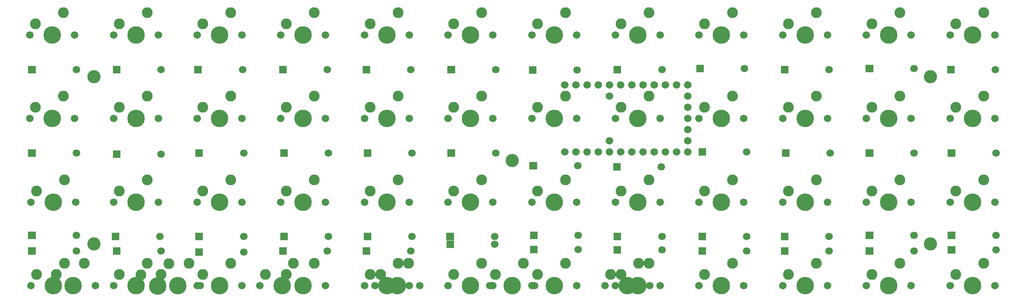
<source format=gbr>
G04 DipTrace 2.4.0.2*
%INBottomMask.gbr*%
%MOIN*%
%ADD20C,0.157*%
%ADD21C,0.067*%
%ADD22C,0.1181*%
%ADD27C,0.0669*%
%ADD30C,0.0969*%
%FSLAX44Y44*%
G04*
G70*
G90*
G75*
G01*
%LNBotMask*%
%LPD*%
D30*
X7693Y31134D3*
X5193Y30134D3*
D20*
X6693Y29134D3*
D21*
X4693D3*
X8693D3*
D30*
X15173Y31134D3*
X12673Y30134D3*
D20*
X14173Y29134D3*
D21*
X12173D3*
X16173D3*
D30*
X22654Y31134D3*
X20154Y30134D3*
D20*
X21654Y29134D3*
D21*
X19654D3*
X23654D3*
D30*
X30134Y31134D3*
X27634Y30134D3*
D20*
X29134Y29134D3*
D21*
X27134D3*
X31134D3*
D30*
X37614Y31134D3*
X35114Y30134D3*
D20*
X36614Y29134D3*
D21*
X34614D3*
X38614D3*
D30*
X45094Y31134D3*
X42594Y30134D3*
D20*
X44094Y29134D3*
D21*
X42094D3*
X46094D3*
D30*
X52575Y31134D3*
X50075Y30134D3*
D20*
X51575Y29134D3*
D21*
X49575D3*
X53575D3*
D30*
X60055Y31134D3*
X57555Y30134D3*
D20*
X59055Y29134D3*
D21*
X57055D3*
X61055D3*
D30*
X67535Y31134D3*
X65035Y30134D3*
D20*
X66535Y29134D3*
D21*
X64535D3*
X68535D3*
D30*
X75016Y31134D3*
X72516Y30134D3*
D20*
X74016Y29134D3*
D21*
X72016D3*
X76016D3*
D30*
X82496Y31134D3*
X79996Y30134D3*
D20*
X81496Y29134D3*
D21*
X79496D3*
X83496D3*
D30*
X89976Y31134D3*
X87476Y30134D3*
D20*
X88976Y29134D3*
D21*
X86976D3*
X90976D3*
D30*
X7693Y23654D3*
X5193Y22654D3*
D20*
X6693Y21654D3*
D21*
X4693D3*
X8693D3*
D30*
X15173Y23654D3*
X12673Y22654D3*
D20*
X14173Y21654D3*
D21*
X12173D3*
X16173D3*
D30*
X22654Y23654D3*
X20154Y22654D3*
D20*
X21654Y21654D3*
D21*
X19654D3*
X23654D3*
D30*
X30134Y23654D3*
X27634Y22654D3*
D20*
X29134Y21654D3*
D21*
X27134D3*
X31134D3*
D30*
X37614Y23654D3*
X35114Y22654D3*
D20*
X36614Y21654D3*
D21*
X34614D3*
X38614D3*
D30*
X45094Y23654D3*
X42594Y22654D3*
D20*
X44094Y21654D3*
D21*
X42094D3*
X46094D3*
D30*
X52575Y23654D3*
X50075Y22654D3*
D20*
X51575Y21654D3*
D21*
X49575D3*
X53575D3*
D30*
X60055Y23654D3*
X57555Y22654D3*
D20*
X59055Y21654D3*
D21*
X57055D3*
X61055D3*
D30*
X67535Y23654D3*
X65035Y22654D3*
D20*
X66535Y21654D3*
D21*
X64535D3*
X68535D3*
D30*
X75016Y23654D3*
X72516Y22654D3*
D20*
X74016Y21654D3*
D21*
X72016D3*
X76016D3*
D30*
X82496Y23654D3*
X79996Y22654D3*
D20*
X81496Y21654D3*
D21*
X79496D3*
X83496D3*
D30*
X89976Y23654D3*
X87476Y22654D3*
D20*
X88976Y21654D3*
D21*
X86976D3*
X90976D3*
D30*
X7776Y16173D3*
X5276Y15173D3*
D20*
X6776Y14173D3*
D21*
X4776D3*
X8776D3*
D30*
X15173Y16173D3*
X12673Y15173D3*
D20*
X14173Y14173D3*
D21*
X12173D3*
X16173D3*
D30*
X22654Y16173D3*
X20154Y15173D3*
D20*
X21654Y14173D3*
D21*
X19654D3*
X23654D3*
D30*
X30134Y16173D3*
X27634Y15173D3*
D20*
X29134Y14173D3*
D21*
X27134D3*
X31134D3*
D30*
X37614Y16173D3*
X35114Y15173D3*
D20*
X36614Y14173D3*
D21*
X34614D3*
X38614D3*
D30*
X45094Y16173D3*
X42594Y15173D3*
D20*
X44094Y14173D3*
D21*
X42094D3*
X46094D3*
D30*
X52575Y16173D3*
X50075Y15173D3*
D20*
X51575Y14173D3*
D21*
X49575D3*
X53575D3*
D30*
X60055Y16173D3*
X57555Y15173D3*
D20*
X59055Y14173D3*
D21*
X57055D3*
X61055D3*
D30*
X67535Y16173D3*
X65035Y15173D3*
D20*
X66535Y14173D3*
D21*
X64535D3*
X68535D3*
D30*
X75016Y16173D3*
X72516Y15173D3*
D20*
X74016Y14173D3*
D21*
X72016D3*
X76016D3*
D30*
X82496Y16173D3*
X79996Y15173D3*
D20*
X81496Y14173D3*
D21*
X79496D3*
X83496D3*
D30*
X89976Y16173D3*
X87476Y15173D3*
D20*
X88976Y14173D3*
D21*
X86976D3*
X90976D3*
D30*
X7776Y8693D3*
X5276Y7693D3*
D20*
X6776Y6693D3*
D21*
X4776D3*
X8776D3*
D30*
X15173Y8693D3*
X12673Y7693D3*
D20*
X14173Y6693D3*
D21*
X12173D3*
X16173D3*
D30*
X22654Y8693D3*
X20154Y7693D3*
D20*
X21654Y6693D3*
D21*
X19654D3*
X23654D3*
D30*
X30134Y8693D3*
X27634Y7693D3*
D20*
X29134Y6693D3*
D21*
X27134D3*
X31134D3*
D30*
X37614Y8693D3*
X35114Y7693D3*
D20*
X36614Y6693D3*
D21*
X34614D3*
X38614D3*
X52510Y18652D3*
X53510D3*
X54510D3*
X55510D3*
X56510D3*
X57510D3*
X58510D3*
X59510D3*
X60510D3*
X61510D3*
X62510D3*
X63510D3*
Y19652D3*
Y20652D3*
Y21652D3*
Y22652D3*
Y23652D3*
Y24652D3*
X62510D3*
X61510D3*
X60510D3*
X59510D3*
X58510D3*
X57510D3*
X56510D3*
X55510D3*
X54510D3*
X53510D3*
X52510D3*
X56510Y19652D3*
Y23652D3*
D30*
X60055Y8693D3*
X57555Y7693D3*
D20*
X59055Y6693D3*
D21*
X57055D3*
X61055D3*
D30*
X67535Y8693D3*
X65035Y7693D3*
D20*
X66535Y6693D3*
D21*
X64535D3*
X68535D3*
D30*
X75016Y8693D3*
X72516Y7693D3*
D20*
X74016Y6693D3*
D21*
X72016D3*
X76016D3*
D30*
X82496Y8693D3*
X79996Y7693D3*
D20*
X81496Y6693D3*
D21*
X79496D3*
X83496D3*
D30*
X89976Y8693D3*
X87476Y7693D3*
D20*
X88976Y6693D3*
D21*
X86976D3*
X90976D3*
G36*
X86711Y26381D2*
X87380D1*
Y25712D1*
X86711D1*
Y26381D1*
G37*
D27*
X91022Y26047D3*
G36*
X80107Y25810D2*
X79437D1*
Y26480D1*
X80107D1*
Y25810D1*
G37*
D27*
X83748Y26145D3*
G36*
X72528Y25712D2*
X71859D1*
Y26381D1*
X72528D1*
Y25712D1*
G37*
D27*
X76170Y26047D3*
G36*
X64949Y25810D2*
X64280D1*
Y26480D1*
X64949D1*
Y25810D1*
G37*
D27*
X68591Y26145D3*
G36*
X57567Y25712D2*
X56898D1*
Y26381D1*
X57567D1*
Y25712D1*
G37*
D27*
X61209Y26047D3*
G36*
X49990Y25650D2*
X49321D1*
Y26319D1*
X49990D1*
Y25650D1*
G37*
D27*
X53632Y25984D3*
G36*
X42705Y25712D2*
X42036D1*
Y26381D1*
X42705D1*
Y25712D1*
G37*
D27*
X46347Y26047D3*
G36*
X35126Y25712D2*
X34457D1*
Y26381D1*
X35126D1*
Y25712D1*
G37*
D27*
X38768Y26047D3*
G36*
X27646Y25712D2*
X26977D1*
Y26381D1*
X27646D1*
Y25712D1*
G37*
D27*
X31288Y26047D3*
G36*
X20067Y25712D2*
X19398D1*
Y26381D1*
X20067D1*
Y25712D1*
G37*
D27*
X23709Y26047D3*
G36*
X12784Y25712D2*
X12114D1*
Y26381D1*
X12784D1*
Y25712D1*
G37*
D27*
X16425Y26047D3*
G36*
X5205Y25712D2*
X4536D1*
Y26381D1*
X5205D1*
Y25712D1*
G37*
D27*
X8847Y26047D3*
G36*
X5205Y18232D2*
X4536D1*
Y18901D1*
X5205D1*
Y18232D1*
G37*
D27*
X8847Y18566D3*
G36*
X12784Y18133D2*
X12114D1*
Y18802D1*
X12784D1*
Y18133D1*
G37*
D27*
X16425Y18468D3*
G36*
X20166Y18232D2*
X19496D1*
Y18901D1*
X20166D1*
Y18232D1*
G37*
D27*
X23807Y18566D3*
G36*
X27744Y18232D2*
X27075D1*
Y18901D1*
X27744D1*
Y18232D1*
G37*
D27*
X31386Y18566D3*
G36*
X35225Y18232D2*
X34555D1*
Y18901D1*
X35225D1*
Y18232D1*
G37*
D27*
X38866Y18566D3*
G36*
X42705Y18232D2*
X42036D1*
Y18901D1*
X42705D1*
Y18232D1*
G37*
D27*
X46347Y18566D3*
G36*
X50087Y10850D2*
X49418D1*
Y11519D1*
X50087D1*
Y10850D1*
G37*
D27*
X53729Y11184D3*
G36*
X57520Y16988D2*
X56850D1*
Y17657D1*
X57520D1*
Y16988D1*
G37*
D27*
X61161Y17323D3*
G36*
X65146Y18330D2*
X64477D1*
Y18999D1*
X65146D1*
Y18330D1*
G37*
D27*
X68788Y18665D3*
G36*
X72626Y18232D2*
X71957D1*
Y18901D1*
X72626D1*
Y18232D1*
G37*
D27*
X76268Y18566D3*
G36*
X80107Y18232D2*
X79437D1*
Y18901D1*
X80107D1*
Y18232D1*
G37*
D27*
X83748Y18566D3*
G36*
X87439Y18232D2*
X86770D1*
Y18901D1*
X87439D1*
Y18232D1*
G37*
D27*
X91081Y18566D3*
G36*
X87439Y10850D2*
X86770D1*
Y11519D1*
X87439D1*
Y10850D1*
G37*
D27*
X91081Y11184D3*
G36*
X80107Y10850D2*
X79437D1*
Y11519D1*
X80107D1*
Y10850D1*
G37*
D27*
X83748Y11184D3*
G36*
X72528Y10751D2*
X71859D1*
Y11421D1*
X72528D1*
Y10751D1*
G37*
D27*
X76170Y11086D3*
G36*
X65146Y10751D2*
X64477D1*
Y11421D1*
X65146D1*
Y10751D1*
G37*
D27*
X68788Y11086D3*
G36*
X57567Y10751D2*
X56898D1*
Y11421D1*
X57567D1*
Y10751D1*
G37*
D27*
X61209Y11086D3*
G36*
X50039Y17087D2*
X49370D1*
Y17756D1*
X50039D1*
Y17087D1*
G37*
D27*
X53681Y17421D3*
G36*
X42607Y10751D2*
X41937D1*
Y11421D1*
X42607D1*
Y10751D1*
G37*
D27*
X46248Y11086D3*
G36*
X35225Y10751D2*
X34555D1*
Y11421D1*
X35225D1*
Y10751D1*
G37*
D27*
X38866Y11086D3*
G36*
X27744Y10751D2*
X27075D1*
Y11421D1*
X27744D1*
Y10751D1*
G37*
D27*
X31386Y11086D3*
G36*
X20166Y10751D2*
X19496D1*
Y11421D1*
X20166D1*
Y10751D1*
G37*
D27*
X23807Y11086D3*
G36*
X12685Y10751D2*
X12016D1*
Y11421D1*
X12685D1*
Y10751D1*
G37*
D27*
X16327Y11086D3*
G36*
X5205Y10850D2*
X4536D1*
Y11519D1*
X5205D1*
Y10850D1*
G37*
D27*
X8847Y11184D3*
G36*
X87439Y9570D2*
X86770D1*
Y10239D1*
X87439D1*
Y9570D1*
G37*
D27*
X91081Y9905D3*
G36*
X80107Y9472D2*
X79437D1*
Y10141D1*
X80107D1*
Y9472D1*
G37*
D27*
X83748Y9806D3*
G36*
X72528Y9472D2*
X71859D1*
Y10141D1*
X72528D1*
Y9472D1*
G37*
D27*
X76170Y9806D3*
G36*
X65146Y9472D2*
X64477D1*
Y10141D1*
X65146D1*
Y9472D1*
G37*
D27*
X68788Y9806D3*
G36*
X57567Y9570D2*
X56898D1*
Y10239D1*
X57567D1*
Y9570D1*
G37*
D27*
X61209Y9905D3*
G36*
X42608Y10049D2*
X41939D1*
Y10719D1*
X42608D1*
Y10049D1*
G37*
D27*
X46250Y10384D3*
G36*
X35126Y9472D2*
X34457D1*
Y10141D1*
X35126D1*
Y9472D1*
G37*
D27*
X38768Y9806D3*
G36*
X27646Y9472D2*
X26977D1*
Y10141D1*
X27646D1*
Y9472D1*
G37*
D27*
X31288Y9806D3*
G36*
X20166Y9373D2*
X19496D1*
Y10043D1*
X20166D1*
Y9373D1*
G37*
D27*
X23807Y9708D3*
G36*
X12784Y9472D2*
X12114D1*
Y10141D1*
X12784D1*
Y9472D1*
G37*
D27*
X16425Y9806D3*
G36*
X5205Y9472D2*
X4536D1*
Y10141D1*
X5205D1*
Y9472D1*
G37*
D27*
X8847Y9806D3*
D30*
X38549Y8693D3*
X36049Y7693D3*
D20*
X37549Y6693D3*
D21*
X35549D3*
X39549D3*
D30*
X59120Y8693D3*
X56620Y7693D3*
D20*
X58120Y6693D3*
D21*
X56120D3*
X60120D3*
D30*
X28264Y8693D3*
X25764Y7693D3*
D20*
X27264Y6693D3*
D21*
X25264D3*
X29264D3*
D30*
X18913Y8693D3*
X16413Y7693D3*
D20*
X17913Y6693D3*
D21*
X15913D3*
X19913D3*
D30*
X9563Y8693D3*
X7063Y7693D3*
D20*
X8563Y6693D3*
D21*
X6563D3*
X10563D3*
D30*
X17126Y8661D3*
X14626Y7661D3*
D20*
X16126Y6661D3*
D21*
X14126D3*
X18126D3*
D22*
X10433Y25394D3*
Y10433D3*
X85236Y25394D3*
Y10433D3*
X47835Y17913D3*
D30*
X52575Y8693D3*
X50075Y7693D3*
D20*
X51575Y6693D3*
D21*
X49575D3*
X53575D3*
D30*
X45094Y8693D3*
X42594Y7693D3*
D20*
X44094Y6693D3*
D21*
X42094D3*
X46094D3*
G36*
X50089Y9606D2*
X49419D1*
Y10276D1*
X50089D1*
Y9606D1*
G37*
D27*
X53730Y9941D3*
D30*
X48835Y8693D3*
X46335Y7693D3*
D20*
X47835Y6693D3*
D21*
X45835D3*
X49835D3*
M02*

</source>
